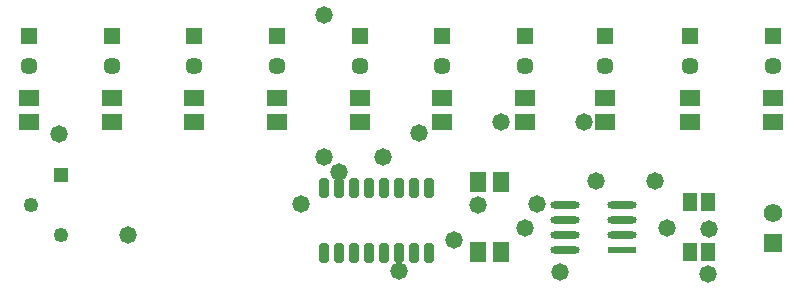
<source format=gts>
G04*
G04 #@! TF.GenerationSoftware,Altium Limited,Altium Designer,21.3.2 (30)*
G04*
G04 Layer_Color=8388736*
%FSLAX44Y44*%
%MOMM*%
G71*
G04*
G04 #@! TF.SameCoordinates,17D3A228-CD5A-42E2-9B72-4466C132A87E*
G04*
G04*
G04 #@! TF.FilePolarity,Negative*
G04*
G01*
G75*
%ADD17R,2.4692X0.6221*%
G04:AMPARAMS|DCode=18|XSize=2.4692mm|YSize=0.6221mm|CornerRadius=0.3111mm|HoleSize=0mm|Usage=FLASHONLY|Rotation=180.000|XOffset=0mm|YOffset=0mm|HoleType=Round|Shape=RoundedRectangle|*
%AMROUNDEDRECTD18*
21,1,2.4692,0.0000,0,0,180.0*
21,1,1.8470,0.6221,0,0,180.0*
1,1,0.6221,-0.9235,0.0000*
1,1,0.6221,0.9235,0.0000*
1,1,0.6221,0.9235,0.0000*
1,1,0.6221,-0.9235,0.0000*
%
%ADD18ROUNDEDRECTD18*%
%ADD20R,1.2032X1.5032*%
%ADD21R,1.4032X1.6532*%
%ADD22R,1.6532X1.4032*%
G04:AMPARAMS|DCode=23|XSize=0.8032mm|YSize=1.6532mm|CornerRadius=0.1526mm|HoleSize=0mm|Usage=FLASHONLY|Rotation=0.000|XOffset=0mm|YOffset=0mm|HoleType=Round|Shape=RoundedRectangle|*
%AMROUNDEDRECTD23*
21,1,0.8032,1.3480,0,0,0.0*
21,1,0.4980,1.6532,0,0,0.0*
1,1,0.3052,0.2490,-0.6740*
1,1,0.3052,-0.2490,-0.6740*
1,1,0.3052,-0.2490,0.6740*
1,1,0.3052,0.2490,0.6740*
%
%ADD23ROUNDEDRECTD23*%
%ADD24C,1.2500*%
%ADD25R,1.2500X1.2500*%
%ADD26C,1.4500*%
%ADD27R,1.4500X1.4500*%
%ADD28C,1.5700*%
%ADD29R,1.5700X1.5700*%
%ADD30C,1.4732*%
D17*
X552188Y30950D02*
D03*
D18*
Y43650D02*
D03*
Y56350D02*
D03*
Y69050D02*
D03*
X503917D02*
D03*
Y56350D02*
D03*
Y43650D02*
D03*
Y30950D02*
D03*
D20*
X610000Y30000D02*
D03*
X625000D02*
D03*
X610000Y72275D02*
D03*
X625000D02*
D03*
D21*
X450000Y88668D02*
D03*
X430000D02*
D03*
X450000Y30000D02*
D03*
X430000D02*
D03*
D22*
X680000Y140000D02*
D03*
Y160000D02*
D03*
X50000Y140000D02*
D03*
Y160000D02*
D03*
X120000Y140000D02*
D03*
Y160000D02*
D03*
X190000Y140000D02*
D03*
Y160000D02*
D03*
X260000Y140000D02*
D03*
Y160000D02*
D03*
X538181Y140000D02*
D03*
Y160000D02*
D03*
X610000Y140000D02*
D03*
Y160000D02*
D03*
X400000Y140000D02*
D03*
Y160000D02*
D03*
X470000Y140000D02*
D03*
Y160000D02*
D03*
X330000Y140000D02*
D03*
Y160000D02*
D03*
D23*
X388899Y83492D02*
D03*
X376199D02*
D03*
X363499D02*
D03*
X350799D02*
D03*
X338099D02*
D03*
X325399D02*
D03*
X312699D02*
D03*
X299999D02*
D03*
X388899Y28993D02*
D03*
X376199D02*
D03*
X363499D02*
D03*
X350799D02*
D03*
X338099D02*
D03*
X325399D02*
D03*
X312699D02*
D03*
X299999D02*
D03*
D24*
X52123Y69323D02*
D03*
X77523Y43923D02*
D03*
D25*
Y94723D02*
D03*
D26*
X680000Y187300D02*
D03*
X610000D02*
D03*
X538181Y187300D02*
D03*
X470000Y187300D02*
D03*
X400000D02*
D03*
X330000D02*
D03*
X260000D02*
D03*
X190000D02*
D03*
X120000D02*
D03*
X50000D02*
D03*
D27*
X680000Y212700D02*
D03*
X610000D02*
D03*
X538181Y212700D02*
D03*
X470000Y212700D02*
D03*
X400000D02*
D03*
X330000D02*
D03*
X260000D02*
D03*
X190000D02*
D03*
X120000D02*
D03*
X50000D02*
D03*
D28*
X680000Y62700D02*
D03*
D29*
Y37300D02*
D03*
D30*
X299999Y109999D02*
D03*
X312699Y97301D02*
D03*
X430000Y69850D02*
D03*
X75742Y129250D02*
D03*
X350000Y110000D02*
D03*
X470000Y50000D02*
D03*
X626032Y49357D02*
D03*
X625274Y10684D02*
D03*
X590000Y50000D02*
D03*
X410000Y40000D02*
D03*
X480000Y70000D02*
D03*
X280000D02*
D03*
X133923Y43923D02*
D03*
X530000Y90000D02*
D03*
X363499Y13499D02*
D03*
X300000Y230000D02*
D03*
X380000Y130000D02*
D03*
X520000Y140000D02*
D03*
X450000D02*
D03*
X580000Y90000D02*
D03*
X500000Y12929D02*
D03*
M02*

</source>
